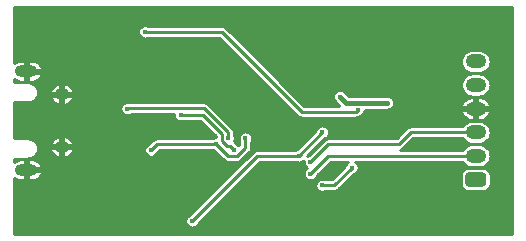
<source format=gbr>
G04 #@! TF.GenerationSoftware,KiCad,Pcbnew,(5.1.7-0-10_14)*
G04 #@! TF.CreationDate,2021-07-20T14:06:07+09:00*
G04 #@! TF.ProjectId,esp_flasher,6573705f-666c-4617-9368-65722e6b6963,rev?*
G04 #@! TF.SameCoordinates,Original*
G04 #@! TF.FileFunction,Copper,L2,Bot*
G04 #@! TF.FilePolarity,Positive*
%FSLAX46Y46*%
G04 Gerber Fmt 4.6, Leading zero omitted, Abs format (unit mm)*
G04 Created by KiCad (PCBNEW (5.1.7-0-10_14)) date 2021-07-20 14:06:07*
%MOMM*%
%LPD*%
G01*
G04 APERTURE LIST*
G04 #@! TA.AperFunction,ComponentPad*
%ADD10O,1.250000X1.050000*%
G04 #@! TD*
G04 #@! TA.AperFunction,ComponentPad*
%ADD11O,1.900000X1.000000*%
G04 #@! TD*
G04 #@! TA.AperFunction,ComponentPad*
%ADD12O,1.750000X1.200000*%
G04 #@! TD*
G04 #@! TA.AperFunction,ViaPad*
%ADD13C,0.400000*%
G04 #@! TD*
G04 #@! TA.AperFunction,Conductor*
%ADD14C,0.250000*%
G04 #@! TD*
G04 #@! TA.AperFunction,Conductor*
%ADD15C,0.400000*%
G04 #@! TD*
G04 #@! TA.AperFunction,Conductor*
%ADD16C,0.254000*%
G04 #@! TD*
G04 #@! TA.AperFunction,Conductor*
%ADD17C,0.100000*%
G04 #@! TD*
G04 APERTURE END LIST*
D10*
X4450000Y-7775000D03*
X4450000Y-12225000D03*
D11*
X1450000Y-5825000D03*
X1450000Y-14175000D03*
D12*
X39500000Y-5000000D03*
X39500000Y-7000000D03*
X39500000Y-9000000D03*
X39500000Y-11000000D03*
X39500000Y-13000000D03*
G04 #@! TA.AperFunction,ComponentPad*
G36*
G01*
X40125001Y-15600000D02*
X38874999Y-15600000D01*
G75*
G02*
X38625000Y-15350001I0J249999D01*
G01*
X38625000Y-14649999D01*
G75*
G02*
X38874999Y-14400000I249999J0D01*
G01*
X40125001Y-14400000D01*
G75*
G02*
X40375000Y-14649999I0J-249999D01*
G01*
X40375000Y-15350001D01*
G75*
G02*
X40125001Y-15600000I-249999J0D01*
G01*
G37*
G04 #@! TD.AperFunction*
D13*
X32912500Y-4587500D03*
X24500000Y-7500000D03*
X10000000Y-7500000D03*
X26500000Y-8000000D03*
X23500000Y-14500000D03*
X31000000Y-16500000D03*
X28500000Y-11000000D03*
X28000000Y-8000000D03*
X32000000Y-8500000D03*
X18500000Y-11500000D03*
X10000000Y-9000000D03*
X14500000Y-9500000D03*
X19025000Y-12500000D03*
X15500000Y-18500000D03*
X24500000Y-13000000D03*
X26500000Y-11000000D03*
X11500000Y-2500000D03*
X29500000Y-9100000D03*
X25500000Y-13500000D03*
X25500000Y-14500000D03*
X29000000Y-14000000D03*
X26500000Y-15500000D03*
X20000000Y-11500000D03*
X17500000Y-12000000D03*
X12000000Y-12500000D03*
D14*
X39500000Y-9000000D02*
X36500000Y-9000000D01*
X32912500Y-5412500D02*
X32912500Y-4587500D01*
X36500000Y-9000000D02*
X32912500Y-5412500D01*
X32912500Y-4587500D02*
X27412500Y-4587500D01*
X27412500Y-4587500D02*
X24500000Y-7500000D01*
D15*
X28500000Y-8500000D02*
X32000000Y-8500000D01*
X28000000Y-8000000D02*
X28500000Y-8500000D01*
D14*
X18500000Y-11500000D02*
X18500000Y-11000000D01*
X10025001Y-8974999D02*
X10000000Y-9000000D01*
X16474999Y-8974999D02*
X10025001Y-8974999D01*
X18500000Y-11000000D02*
X16474999Y-8974999D01*
X18422997Y-12199999D02*
X17974999Y-11752001D01*
X17974999Y-11752001D02*
X17974999Y-11111409D01*
X16363590Y-9500000D02*
X14500000Y-9500000D01*
X17974999Y-11111409D02*
X16363590Y-9500000D01*
X18724999Y-12199999D02*
X19025000Y-12500000D01*
X18422997Y-12199999D02*
X18724999Y-12199999D01*
X24500000Y-13000000D02*
X26500000Y-11000000D01*
X21000000Y-13000000D02*
X15500000Y-18500000D01*
X24500000Y-13000000D02*
X21000000Y-13000000D01*
X18000000Y-2500000D02*
X11500000Y-2500000D01*
X24750000Y-9250000D02*
X18000000Y-2500000D01*
X29350000Y-9250000D02*
X29500000Y-9100000D01*
X28750000Y-9250000D02*
X29350000Y-9250000D01*
X28750000Y-9250000D02*
X24750000Y-9250000D01*
X34000000Y-11000000D02*
X39500000Y-11000000D01*
X33000000Y-12000000D02*
X34000000Y-11000000D01*
X27000000Y-12000000D02*
X33000000Y-12000000D01*
X25500000Y-13500000D02*
X27000000Y-12000000D01*
X27000000Y-13000000D02*
X39500000Y-13000000D01*
X25500000Y-14500000D02*
X27000000Y-13000000D01*
X27500000Y-15500000D02*
X26500000Y-15500000D01*
X29000000Y-14000000D02*
X27500000Y-15500000D01*
X19277001Y-13025001D02*
X18525001Y-13025001D01*
X20000000Y-12302002D02*
X19277001Y-13025001D01*
X20000000Y-11500000D02*
X20000000Y-12302002D01*
X18525001Y-13025001D02*
X17500000Y-12000000D01*
X17500000Y-12000000D02*
X13500000Y-12000000D01*
X12500000Y-12000000D02*
X12000000Y-12500000D01*
X13500000Y-12000000D02*
X12500000Y-12000000D01*
D16*
X42594001Y-19594000D02*
X406000Y-19594000D01*
X406000Y-18442777D01*
X14919000Y-18442777D01*
X14919000Y-18557223D01*
X14941328Y-18669471D01*
X14985125Y-18775207D01*
X15048708Y-18870366D01*
X15129634Y-18951292D01*
X15224793Y-19014875D01*
X15330529Y-19058672D01*
X15442777Y-19081000D01*
X15557223Y-19081000D01*
X15669471Y-19058672D01*
X15775207Y-19014875D01*
X15870366Y-18951292D01*
X15951292Y-18870366D01*
X16014875Y-18775207D01*
X16058672Y-18669471D01*
X16061789Y-18653802D01*
X21209592Y-13506000D01*
X24211511Y-13506000D01*
X24224793Y-13514875D01*
X24330529Y-13558672D01*
X24442777Y-13581000D01*
X24557223Y-13581000D01*
X24669471Y-13558672D01*
X24775207Y-13514875D01*
X24870366Y-13451292D01*
X24928962Y-13392696D01*
X24919000Y-13442777D01*
X24919000Y-13557223D01*
X24941328Y-13669471D01*
X24985125Y-13775207D01*
X25048708Y-13870366D01*
X25129634Y-13951292D01*
X25202531Y-14000000D01*
X25129634Y-14048708D01*
X25048708Y-14129634D01*
X24985125Y-14224793D01*
X24941328Y-14330529D01*
X24919000Y-14442777D01*
X24919000Y-14557223D01*
X24941328Y-14669471D01*
X24985125Y-14775207D01*
X25048708Y-14870366D01*
X25129634Y-14951292D01*
X25224793Y-15014875D01*
X25330529Y-15058672D01*
X25442777Y-15081000D01*
X25557223Y-15081000D01*
X25669471Y-15058672D01*
X25775207Y-15014875D01*
X25870366Y-14951292D01*
X25951292Y-14870366D01*
X26014875Y-14775207D01*
X26058672Y-14669471D01*
X26061789Y-14653802D01*
X27209592Y-13506000D01*
X28693551Y-13506000D01*
X28629634Y-13548708D01*
X28548708Y-13629634D01*
X28485125Y-13724793D01*
X28441328Y-13830529D01*
X28438211Y-13846197D01*
X27290409Y-14994000D01*
X26788489Y-14994000D01*
X26775207Y-14985125D01*
X26669471Y-14941328D01*
X26557223Y-14919000D01*
X26442777Y-14919000D01*
X26330529Y-14941328D01*
X26224793Y-14985125D01*
X26129634Y-15048708D01*
X26048708Y-15129634D01*
X25985125Y-15224793D01*
X25941328Y-15330529D01*
X25919000Y-15442777D01*
X25919000Y-15557223D01*
X25941328Y-15669471D01*
X25985125Y-15775207D01*
X26048708Y-15870366D01*
X26129634Y-15951292D01*
X26224793Y-16014875D01*
X26330529Y-16058672D01*
X26442777Y-16081000D01*
X26557223Y-16081000D01*
X26669471Y-16058672D01*
X26775207Y-16014875D01*
X26788489Y-16006000D01*
X27475154Y-16006000D01*
X27500000Y-16008447D01*
X27524846Y-16006000D01*
X27524854Y-16006000D01*
X27599193Y-15998678D01*
X27694575Y-15969745D01*
X27782479Y-15922759D01*
X27859527Y-15859527D01*
X27875376Y-15840215D01*
X29065592Y-14649999D01*
X38242157Y-14649999D01*
X38242157Y-15350001D01*
X38254317Y-15473462D01*
X38290329Y-15592179D01*
X38348810Y-15701589D01*
X38427512Y-15797488D01*
X38523411Y-15876190D01*
X38632821Y-15934671D01*
X38751538Y-15970683D01*
X38874999Y-15982843D01*
X40125001Y-15982843D01*
X40248462Y-15970683D01*
X40367179Y-15934671D01*
X40476589Y-15876190D01*
X40572488Y-15797488D01*
X40651190Y-15701589D01*
X40709671Y-15592179D01*
X40745683Y-15473462D01*
X40757843Y-15350001D01*
X40757843Y-14649999D01*
X40745683Y-14526538D01*
X40709671Y-14407821D01*
X40651190Y-14298411D01*
X40572488Y-14202512D01*
X40476589Y-14123810D01*
X40367179Y-14065329D01*
X40248462Y-14029317D01*
X40125001Y-14017157D01*
X38874999Y-14017157D01*
X38751538Y-14029317D01*
X38632821Y-14065329D01*
X38523411Y-14123810D01*
X38427512Y-14202512D01*
X38348810Y-14298411D01*
X38290329Y-14407821D01*
X38254317Y-14526538D01*
X38242157Y-14649999D01*
X29065592Y-14649999D01*
X29153803Y-14561789D01*
X29169471Y-14558672D01*
X29275207Y-14514875D01*
X29370366Y-14451292D01*
X29451292Y-14370366D01*
X29514875Y-14275207D01*
X29558672Y-14169471D01*
X29581000Y-14057223D01*
X29581000Y-13942777D01*
X29558672Y-13830529D01*
X29514875Y-13724793D01*
X29451292Y-13629634D01*
X29370366Y-13548708D01*
X29306449Y-13506000D01*
X38383119Y-13506000D01*
X38405382Y-13547651D01*
X38527972Y-13697028D01*
X38677349Y-13819618D01*
X38847771Y-13910711D01*
X39032690Y-13966805D01*
X39176813Y-13981000D01*
X39823187Y-13981000D01*
X39967310Y-13966805D01*
X40152229Y-13910711D01*
X40322651Y-13819618D01*
X40472028Y-13697028D01*
X40594618Y-13547651D01*
X40685711Y-13377229D01*
X40741805Y-13192310D01*
X40760746Y-13000000D01*
X40741805Y-12807690D01*
X40685711Y-12622771D01*
X40594618Y-12452349D01*
X40472028Y-12302972D01*
X40322651Y-12180382D01*
X40152229Y-12089289D01*
X39967310Y-12033195D01*
X39823187Y-12019000D01*
X39176813Y-12019000D01*
X39032690Y-12033195D01*
X38847771Y-12089289D01*
X38677349Y-12180382D01*
X38527972Y-12302972D01*
X38405382Y-12452349D01*
X38383119Y-12494000D01*
X33114615Y-12494000D01*
X33194575Y-12469745D01*
X33282479Y-12422759D01*
X33359527Y-12359527D01*
X33375376Y-12340215D01*
X34209592Y-11506000D01*
X38383119Y-11506000D01*
X38405382Y-11547651D01*
X38527972Y-11697028D01*
X38677349Y-11819618D01*
X38847771Y-11910711D01*
X39032690Y-11966805D01*
X39176813Y-11981000D01*
X39823187Y-11981000D01*
X39967310Y-11966805D01*
X40152229Y-11910711D01*
X40322651Y-11819618D01*
X40472028Y-11697028D01*
X40594618Y-11547651D01*
X40685711Y-11377229D01*
X40741805Y-11192310D01*
X40760746Y-11000000D01*
X40741805Y-10807690D01*
X40685711Y-10622771D01*
X40594618Y-10452349D01*
X40472028Y-10302972D01*
X40322651Y-10180382D01*
X40152229Y-10089289D01*
X39967310Y-10033195D01*
X39823187Y-10019000D01*
X39176813Y-10019000D01*
X39032690Y-10033195D01*
X38847771Y-10089289D01*
X38677349Y-10180382D01*
X38527972Y-10302972D01*
X38405382Y-10452349D01*
X38383119Y-10494000D01*
X34024854Y-10494000D01*
X34000000Y-10491552D01*
X33975146Y-10494000D01*
X33900807Y-10501322D01*
X33805425Y-10530255D01*
X33717521Y-10577241D01*
X33640473Y-10640473D01*
X33624630Y-10659778D01*
X32790409Y-11494000D01*
X27024845Y-11494000D01*
X26999999Y-11491553D01*
X26975153Y-11494000D01*
X26975146Y-11494000D01*
X26910694Y-11500348D01*
X26900806Y-11501322D01*
X26885385Y-11506000D01*
X26805425Y-11530255D01*
X26717521Y-11577241D01*
X26640473Y-11640473D01*
X26624629Y-11659779D01*
X25346198Y-12938211D01*
X25330529Y-12941328D01*
X25234478Y-12981113D01*
X26653803Y-11561789D01*
X26669471Y-11558672D01*
X26775207Y-11514875D01*
X26870366Y-11451292D01*
X26951292Y-11370366D01*
X27014875Y-11275207D01*
X27058672Y-11169471D01*
X27081000Y-11057223D01*
X27081000Y-10942777D01*
X27058672Y-10830529D01*
X27014875Y-10724793D01*
X26951292Y-10629634D01*
X26870366Y-10548708D01*
X26775207Y-10485125D01*
X26669471Y-10441328D01*
X26557223Y-10419000D01*
X26442777Y-10419000D01*
X26330529Y-10441328D01*
X26224793Y-10485125D01*
X26129634Y-10548708D01*
X26048708Y-10629634D01*
X25985125Y-10724793D01*
X25941328Y-10830529D01*
X25938211Y-10846197D01*
X24346198Y-12438211D01*
X24330529Y-12441328D01*
X24224793Y-12485125D01*
X24211511Y-12494000D01*
X21024854Y-12494000D01*
X21000000Y-12491552D01*
X20969674Y-12494539D01*
X20900807Y-12501322D01*
X20805425Y-12530255D01*
X20717521Y-12577241D01*
X20640473Y-12640473D01*
X20624629Y-12659779D01*
X15346198Y-17938211D01*
X15330529Y-17941328D01*
X15224793Y-17985125D01*
X15129634Y-18048708D01*
X15048708Y-18129634D01*
X14985125Y-18224793D01*
X14941328Y-18330529D01*
X14919000Y-18442777D01*
X406000Y-18442777D01*
X406000Y-14837741D01*
X545524Y-14940337D01*
X703566Y-15014295D01*
X873000Y-15056000D01*
X1323000Y-15056000D01*
X1323000Y-14302000D01*
X1577000Y-14302000D01*
X1577000Y-15056000D01*
X2027000Y-15056000D01*
X2196434Y-15014295D01*
X2354476Y-14940337D01*
X2495053Y-14836967D01*
X2612763Y-14708158D01*
X2703081Y-14558860D01*
X2741198Y-14436816D01*
X2675419Y-14302000D01*
X1577000Y-14302000D01*
X1323000Y-14302000D01*
X1303000Y-14302000D01*
X1303000Y-14048000D01*
X1323000Y-14048000D01*
X1323000Y-13294000D01*
X1577000Y-13294000D01*
X1577000Y-14048000D01*
X2675419Y-14048000D01*
X2741198Y-13913184D01*
X2703081Y-13791140D01*
X2612763Y-13641842D01*
X2495053Y-13513033D01*
X2354476Y-13409663D01*
X2196434Y-13335705D01*
X2027000Y-13294000D01*
X1577000Y-13294000D01*
X1323000Y-13294000D01*
X873000Y-13294000D01*
X703566Y-13335705D01*
X545524Y-13409663D01*
X431000Y-13493876D01*
X431000Y-13231000D01*
X1596168Y-13231000D01*
X1617468Y-13228902D01*
X1622993Y-13228902D01*
X1628978Y-13228273D01*
X1711406Y-13219027D01*
X1749606Y-13210907D01*
X1787933Y-13203318D01*
X1793682Y-13201539D01*
X1872746Y-13176458D01*
X1908668Y-13161062D01*
X1944769Y-13146182D01*
X1950057Y-13143323D01*
X1950060Y-13143322D01*
X1950063Y-13143320D01*
X2022749Y-13103360D01*
X2054994Y-13081281D01*
X2087514Y-13059675D01*
X2092151Y-13055839D01*
X2092154Y-13055837D01*
X2092157Y-13055834D01*
X2155691Y-13002523D01*
X2183007Y-12974629D01*
X2210743Y-12947086D01*
X2214536Y-12942434D01*
X2214545Y-12942425D01*
X2214551Y-12942416D01*
X2266521Y-12877779D01*
X2287928Y-12845067D01*
X2309753Y-12812708D01*
X2312579Y-12807395D01*
X2351007Y-12733888D01*
X2365643Y-12697663D01*
X2380778Y-12661658D01*
X2382514Y-12655907D01*
X2382518Y-12655897D01*
X2382520Y-12655887D01*
X2405936Y-12576326D01*
X2413252Y-12537977D01*
X2421111Y-12499691D01*
X2421698Y-12493702D01*
X2421699Y-12493699D01*
X2421699Y-12493692D01*
X2421965Y-12490767D01*
X3483856Y-12490767D01*
X3517638Y-12578993D01*
X3602692Y-12734577D01*
X3716465Y-12870578D01*
X3854584Y-12981770D01*
X4011742Y-13063880D01*
X4181899Y-13113752D01*
X4323000Y-13033857D01*
X4323000Y-12352000D01*
X4577000Y-12352000D01*
X4577000Y-13033857D01*
X4718101Y-13113752D01*
X4888258Y-13063880D01*
X5045416Y-12981770D01*
X5183535Y-12870578D01*
X5297308Y-12734577D01*
X5382362Y-12578993D01*
X5416144Y-12490767D01*
X5350741Y-12352000D01*
X4577000Y-12352000D01*
X4323000Y-12352000D01*
X3549259Y-12352000D01*
X3483856Y-12490767D01*
X2421965Y-12490767D01*
X2429216Y-12411098D01*
X2428944Y-12372065D01*
X2429216Y-12332966D01*
X2428628Y-12326976D01*
X2419957Y-12244486D01*
X2412107Y-12206246D01*
X2404784Y-12167856D01*
X2403045Y-12162095D01*
X2378518Y-12082859D01*
X2363389Y-12046867D01*
X2348746Y-12010626D01*
X2345921Y-12005312D01*
X2321006Y-11959233D01*
X3483856Y-11959233D01*
X3549259Y-12098000D01*
X4323000Y-12098000D01*
X4323000Y-11416143D01*
X4577000Y-11416143D01*
X4577000Y-12098000D01*
X5350741Y-12098000D01*
X5416144Y-11959233D01*
X5382362Y-11871007D01*
X5297308Y-11715423D01*
X5183535Y-11579422D01*
X5045416Y-11468230D01*
X4888258Y-11386120D01*
X4718101Y-11336248D01*
X4577000Y-11416143D01*
X4323000Y-11416143D01*
X4181899Y-11336248D01*
X4011742Y-11386120D01*
X3854584Y-11468230D01*
X3716465Y-11579422D01*
X3602692Y-11715423D01*
X3517638Y-11871007D01*
X3483856Y-11959233D01*
X2321006Y-11959233D01*
X2306469Y-11932349D01*
X2284648Y-11899998D01*
X2263238Y-11867280D01*
X2259435Y-11862616D01*
X2206563Y-11798705D01*
X2178861Y-11771195D01*
X2151509Y-11743265D01*
X2146872Y-11739429D01*
X2082594Y-11687005D01*
X2050053Y-11665385D01*
X2017826Y-11643319D01*
X2012535Y-11640458D01*
X2012527Y-11640454D01*
X1939296Y-11601517D01*
X1903204Y-11586641D01*
X1867278Y-11571243D01*
X1861529Y-11569464D01*
X1861531Y-11569464D01*
X1861523Y-11569462D01*
X1782124Y-11545490D01*
X1743838Y-11537909D01*
X1705593Y-11529780D01*
X1699610Y-11529151D01*
X1699608Y-11529151D01*
X1617058Y-11521057D01*
X1617052Y-11521057D01*
X1596168Y-11519000D01*
X431000Y-11519000D01*
X431000Y-8942777D01*
X9419000Y-8942777D01*
X9419000Y-9057223D01*
X9441328Y-9169471D01*
X9485125Y-9275207D01*
X9548708Y-9370366D01*
X9629634Y-9451292D01*
X9724793Y-9514875D01*
X9830529Y-9558672D01*
X9942777Y-9581000D01*
X10057223Y-9581000D01*
X10169471Y-9558672D01*
X10275207Y-9514875D01*
X10325906Y-9480999D01*
X13919000Y-9480999D01*
X13919000Y-9557223D01*
X13941328Y-9669471D01*
X13985125Y-9775207D01*
X14048708Y-9870366D01*
X14129634Y-9951292D01*
X14224793Y-10014875D01*
X14330529Y-10058672D01*
X14442777Y-10081000D01*
X14557223Y-10081000D01*
X14669471Y-10058672D01*
X14775207Y-10014875D01*
X14788489Y-10006000D01*
X16153999Y-10006000D01*
X17469000Y-11321002D01*
X17469000Y-11419000D01*
X17442777Y-11419000D01*
X17330529Y-11441328D01*
X17224793Y-11485125D01*
X17211511Y-11494000D01*
X12524854Y-11494000D01*
X12500000Y-11491552D01*
X12475146Y-11494000D01*
X12400807Y-11501322D01*
X12305425Y-11530255D01*
X12217521Y-11577241D01*
X12140473Y-11640473D01*
X12124629Y-11659779D01*
X11846197Y-11938211D01*
X11830529Y-11941328D01*
X11724793Y-11985125D01*
X11629634Y-12048708D01*
X11548708Y-12129634D01*
X11485125Y-12224793D01*
X11441328Y-12330529D01*
X11419000Y-12442777D01*
X11419000Y-12557223D01*
X11441328Y-12669471D01*
X11485125Y-12775207D01*
X11548708Y-12870366D01*
X11629634Y-12951292D01*
X11724793Y-13014875D01*
X11830529Y-13058672D01*
X11942777Y-13081000D01*
X12057223Y-13081000D01*
X12169471Y-13058672D01*
X12275207Y-13014875D01*
X12370366Y-12951292D01*
X12451292Y-12870366D01*
X12514875Y-12775207D01*
X12558672Y-12669471D01*
X12561789Y-12653803D01*
X12709592Y-12506000D01*
X17211511Y-12506000D01*
X17224793Y-12514875D01*
X17330529Y-12558672D01*
X17346198Y-12561789D01*
X18149629Y-13365221D01*
X18165474Y-13384528D01*
X18242522Y-13447760D01*
X18330426Y-13494746D01*
X18403608Y-13516945D01*
X18425807Y-13523679D01*
X18435695Y-13524653D01*
X18500147Y-13531001D01*
X18500154Y-13531001D01*
X18525000Y-13533448D01*
X18549846Y-13531001D01*
X19252155Y-13531001D01*
X19277001Y-13533448D01*
X19301847Y-13531001D01*
X19301855Y-13531001D01*
X19376194Y-13523679D01*
X19471576Y-13494746D01*
X19559480Y-13447760D01*
X19636528Y-13384528D01*
X19652377Y-13365216D01*
X20340220Y-12677374D01*
X20359527Y-12661529D01*
X20422759Y-12584481D01*
X20469745Y-12496577D01*
X20498678Y-12401195D01*
X20506000Y-12326856D01*
X20506000Y-12326848D01*
X20508447Y-12302002D01*
X20506000Y-12277156D01*
X20506000Y-11788489D01*
X20514875Y-11775207D01*
X20558672Y-11669471D01*
X20581000Y-11557223D01*
X20581000Y-11442777D01*
X20558672Y-11330529D01*
X20514875Y-11224793D01*
X20451292Y-11129634D01*
X20370366Y-11048708D01*
X20275207Y-10985125D01*
X20169471Y-10941328D01*
X20057223Y-10919000D01*
X19942777Y-10919000D01*
X19830529Y-10941328D01*
X19724793Y-10985125D01*
X19629634Y-11048708D01*
X19548708Y-11129634D01*
X19485125Y-11224793D01*
X19441328Y-11330529D01*
X19419000Y-11442777D01*
X19419000Y-11557223D01*
X19441328Y-11669471D01*
X19485125Y-11775207D01*
X19494000Y-11788490D01*
X19494001Y-12092409D01*
X19466534Y-12119876D01*
X19395366Y-12048708D01*
X19300207Y-11985125D01*
X19194471Y-11941328D01*
X19178802Y-11938211D01*
X19100375Y-11859784D01*
X19084526Y-11840472D01*
X19011378Y-11780441D01*
X19014875Y-11775207D01*
X19058672Y-11669471D01*
X19081000Y-11557223D01*
X19081000Y-11442777D01*
X19058672Y-11330529D01*
X19014875Y-11224793D01*
X19006000Y-11211511D01*
X19006000Y-11024854D01*
X19008448Y-11000000D01*
X18998678Y-10900807D01*
X18969745Y-10805425D01*
X18941125Y-10751882D01*
X18922759Y-10717521D01*
X18859527Y-10640473D01*
X18840220Y-10624628D01*
X16850375Y-8634784D01*
X16834526Y-8615472D01*
X16757478Y-8552240D01*
X16669574Y-8505254D01*
X16574192Y-8476321D01*
X16499853Y-8468999D01*
X16499845Y-8468999D01*
X16474999Y-8466552D01*
X16450153Y-8468999D01*
X10236275Y-8468999D01*
X10169471Y-8441328D01*
X10057223Y-8419000D01*
X9942777Y-8419000D01*
X9830529Y-8441328D01*
X9724793Y-8485125D01*
X9629634Y-8548708D01*
X9548708Y-8629634D01*
X9485125Y-8724793D01*
X9441328Y-8830529D01*
X9419000Y-8942777D01*
X431000Y-8942777D01*
X431000Y-8481000D01*
X1596168Y-8481000D01*
X1617468Y-8478902D01*
X1622993Y-8478902D01*
X1628978Y-8478273D01*
X1711406Y-8469027D01*
X1749606Y-8460907D01*
X1787933Y-8453318D01*
X1793682Y-8451539D01*
X1872746Y-8426458D01*
X1908668Y-8411062D01*
X1944769Y-8396182D01*
X1950057Y-8393323D01*
X1950060Y-8393322D01*
X1950063Y-8393320D01*
X2022749Y-8353360D01*
X2054994Y-8331281D01*
X2087514Y-8309675D01*
X2092151Y-8305839D01*
X2092154Y-8305837D01*
X2092157Y-8305834D01*
X2155691Y-8252523D01*
X2183007Y-8224629D01*
X2210743Y-8197086D01*
X2214536Y-8192434D01*
X2214545Y-8192425D01*
X2214551Y-8192416D01*
X2266521Y-8127779D01*
X2287928Y-8095067D01*
X2309753Y-8062708D01*
X2312579Y-8057395D01*
X2321271Y-8040767D01*
X3483856Y-8040767D01*
X3517638Y-8128993D01*
X3602692Y-8284577D01*
X3716465Y-8420578D01*
X3854584Y-8531770D01*
X4011742Y-8613880D01*
X4181899Y-8663752D01*
X4323000Y-8583857D01*
X4323000Y-7902000D01*
X4577000Y-7902000D01*
X4577000Y-8583857D01*
X4718101Y-8663752D01*
X4888258Y-8613880D01*
X5045416Y-8531770D01*
X5183535Y-8420578D01*
X5297308Y-8284577D01*
X5382362Y-8128993D01*
X5416144Y-8040767D01*
X5350741Y-7902000D01*
X4577000Y-7902000D01*
X4323000Y-7902000D01*
X3549259Y-7902000D01*
X3483856Y-8040767D01*
X2321271Y-8040767D01*
X2351007Y-7983888D01*
X2365643Y-7947663D01*
X2380778Y-7911658D01*
X2382514Y-7905907D01*
X2382518Y-7905897D01*
X2382520Y-7905887D01*
X2405936Y-7826326D01*
X2413252Y-7787977D01*
X2421111Y-7749691D01*
X2421698Y-7743702D01*
X2421699Y-7743699D01*
X2421699Y-7743692D01*
X2429216Y-7661098D01*
X2428944Y-7622065D01*
X2429216Y-7582966D01*
X2428628Y-7576976D01*
X2421508Y-7509233D01*
X3483856Y-7509233D01*
X3549259Y-7648000D01*
X4323000Y-7648000D01*
X4323000Y-6966143D01*
X4577000Y-6966143D01*
X4577000Y-7648000D01*
X5350741Y-7648000D01*
X5416144Y-7509233D01*
X5382362Y-7421007D01*
X5297308Y-7265423D01*
X5183535Y-7129422D01*
X5045416Y-7018230D01*
X4888258Y-6936120D01*
X4718101Y-6886248D01*
X4577000Y-6966143D01*
X4323000Y-6966143D01*
X4181899Y-6886248D01*
X4011742Y-6936120D01*
X3854584Y-7018230D01*
X3716465Y-7129422D01*
X3602692Y-7265423D01*
X3517638Y-7421007D01*
X3483856Y-7509233D01*
X2421508Y-7509233D01*
X2419957Y-7494486D01*
X2412107Y-7456246D01*
X2404784Y-7417856D01*
X2403045Y-7412095D01*
X2378518Y-7332859D01*
X2363389Y-7296867D01*
X2348746Y-7260626D01*
X2345921Y-7255312D01*
X2306469Y-7182349D01*
X2284648Y-7149998D01*
X2263238Y-7117280D01*
X2259435Y-7112616D01*
X2206563Y-7048705D01*
X2178861Y-7021195D01*
X2151509Y-6993265D01*
X2146872Y-6989429D01*
X2082594Y-6937005D01*
X2050053Y-6915385D01*
X2017826Y-6893319D01*
X2012535Y-6890458D01*
X2012527Y-6890454D01*
X1939296Y-6851517D01*
X1903204Y-6836641D01*
X1867278Y-6821243D01*
X1861529Y-6819464D01*
X1861531Y-6819464D01*
X1861523Y-6819462D01*
X1782124Y-6795490D01*
X1743838Y-6787909D01*
X1705593Y-6779780D01*
X1699610Y-6779151D01*
X1699608Y-6779151D01*
X1617058Y-6771057D01*
X1617052Y-6771057D01*
X1596168Y-6769000D01*
X431000Y-6769000D01*
X431000Y-6506124D01*
X545524Y-6590337D01*
X703566Y-6664295D01*
X873000Y-6706000D01*
X1323000Y-6706000D01*
X1323000Y-5952000D01*
X1577000Y-5952000D01*
X1577000Y-6706000D01*
X2027000Y-6706000D01*
X2196434Y-6664295D01*
X2354476Y-6590337D01*
X2495053Y-6486967D01*
X2612763Y-6358158D01*
X2703081Y-6208860D01*
X2741198Y-6086816D01*
X2675419Y-5952000D01*
X1577000Y-5952000D01*
X1323000Y-5952000D01*
X1303000Y-5952000D01*
X1303000Y-5698000D01*
X1323000Y-5698000D01*
X1323000Y-4944000D01*
X1577000Y-4944000D01*
X1577000Y-5698000D01*
X2675419Y-5698000D01*
X2741198Y-5563184D01*
X2703081Y-5441140D01*
X2612763Y-5291842D01*
X2495053Y-5163033D01*
X2354476Y-5059663D01*
X2196434Y-4985705D01*
X2027000Y-4944000D01*
X1577000Y-4944000D01*
X1323000Y-4944000D01*
X873000Y-4944000D01*
X703566Y-4985705D01*
X545524Y-5059663D01*
X406000Y-5162259D01*
X406000Y-2442777D01*
X10919000Y-2442777D01*
X10919000Y-2557223D01*
X10941328Y-2669471D01*
X10985125Y-2775207D01*
X11048708Y-2870366D01*
X11129634Y-2951292D01*
X11224793Y-3014875D01*
X11330529Y-3058672D01*
X11442777Y-3081000D01*
X11557223Y-3081000D01*
X11669471Y-3058672D01*
X11775207Y-3014875D01*
X11788489Y-3006000D01*
X17790409Y-3006000D01*
X24374628Y-9590220D01*
X24390473Y-9609527D01*
X24467521Y-9672759D01*
X24555425Y-9719745D01*
X24650807Y-9748678D01*
X24750000Y-9758448D01*
X24774854Y-9756000D01*
X29325154Y-9756000D01*
X29350000Y-9758447D01*
X29374846Y-9756000D01*
X29374854Y-9756000D01*
X29449193Y-9748678D01*
X29544575Y-9719745D01*
X29632479Y-9672759D01*
X29643301Y-9663878D01*
X29669471Y-9658672D01*
X29775207Y-9614875D01*
X29870366Y-9551292D01*
X29951292Y-9470366D01*
X30014875Y-9375207D01*
X30055301Y-9277607D01*
X38284098Y-9277607D01*
X38338771Y-9439418D01*
X38441526Y-9603869D01*
X38574389Y-9745114D01*
X38732255Y-9857725D01*
X38909057Y-9937374D01*
X39098000Y-9981000D01*
X39373000Y-9981000D01*
X39373000Y-9127000D01*
X39627000Y-9127000D01*
X39627000Y-9981000D01*
X39902000Y-9981000D01*
X40090943Y-9937374D01*
X40267745Y-9857725D01*
X40425611Y-9745114D01*
X40558474Y-9603869D01*
X40661229Y-9439418D01*
X40715902Y-9277607D01*
X40651598Y-9127000D01*
X39627000Y-9127000D01*
X39373000Y-9127000D01*
X38348402Y-9127000D01*
X38284098Y-9277607D01*
X30055301Y-9277607D01*
X30058672Y-9269471D01*
X30081000Y-9157223D01*
X30081000Y-9081000D01*
X32057223Y-9081000D01*
X32085355Y-9075404D01*
X32113896Y-9072593D01*
X32141343Y-9064267D01*
X32169471Y-9058672D01*
X32195966Y-9047698D01*
X32223415Y-9039371D01*
X32248711Y-9025850D01*
X32275207Y-9014875D01*
X32299054Y-8998941D01*
X32324348Y-8985421D01*
X32346518Y-8967227D01*
X32370366Y-8951292D01*
X32390645Y-8931013D01*
X32412817Y-8912817D01*
X32431013Y-8890645D01*
X32451292Y-8870366D01*
X32467227Y-8846518D01*
X32485421Y-8824348D01*
X32498941Y-8799054D01*
X32514875Y-8775207D01*
X32525850Y-8748711D01*
X32539371Y-8723415D01*
X32539681Y-8722393D01*
X38284098Y-8722393D01*
X38348402Y-8873000D01*
X39373000Y-8873000D01*
X39373000Y-8019000D01*
X39627000Y-8019000D01*
X39627000Y-8873000D01*
X40651598Y-8873000D01*
X40715902Y-8722393D01*
X40661229Y-8560582D01*
X40558474Y-8396131D01*
X40425611Y-8254886D01*
X40267745Y-8142275D01*
X40090943Y-8062626D01*
X39902000Y-8019000D01*
X39627000Y-8019000D01*
X39373000Y-8019000D01*
X39098000Y-8019000D01*
X38909057Y-8062626D01*
X38732255Y-8142275D01*
X38574389Y-8254886D01*
X38441526Y-8396131D01*
X38338771Y-8560582D01*
X38284098Y-8722393D01*
X32539681Y-8722393D01*
X32547698Y-8695966D01*
X32558672Y-8669471D01*
X32564267Y-8641343D01*
X32572593Y-8613896D01*
X32575404Y-8585355D01*
X32581000Y-8557223D01*
X32581000Y-8528540D01*
X32583811Y-8500000D01*
X32581000Y-8471460D01*
X32581000Y-8442777D01*
X32575404Y-8414645D01*
X32572593Y-8386104D01*
X32564267Y-8358657D01*
X32558672Y-8330529D01*
X32547698Y-8304034D01*
X32539371Y-8276585D01*
X32525850Y-8251289D01*
X32514875Y-8224793D01*
X32498941Y-8200946D01*
X32485421Y-8175652D01*
X32467227Y-8153482D01*
X32451292Y-8129634D01*
X32431013Y-8109355D01*
X32412817Y-8087183D01*
X32390645Y-8068987D01*
X32370366Y-8048708D01*
X32346518Y-8032773D01*
X32324348Y-8014579D01*
X32299054Y-8001059D01*
X32275207Y-7985125D01*
X32248711Y-7974150D01*
X32223415Y-7960629D01*
X32195966Y-7952302D01*
X32169471Y-7941328D01*
X32141343Y-7935733D01*
X32113896Y-7927407D01*
X32085355Y-7924596D01*
X32057223Y-7919000D01*
X28740658Y-7919000D01*
X28370366Y-7548708D01*
X28346511Y-7532769D01*
X28324347Y-7514579D01*
X28299058Y-7501062D01*
X28275207Y-7485125D01*
X28248707Y-7474148D01*
X28223414Y-7460629D01*
X28195969Y-7452304D01*
X28169471Y-7441328D01*
X28141340Y-7435732D01*
X28113895Y-7427407D01*
X28085356Y-7424596D01*
X28057223Y-7419000D01*
X28028540Y-7419000D01*
X28000000Y-7416189D01*
X27971460Y-7419000D01*
X27942777Y-7419000D01*
X27914644Y-7424596D01*
X27886105Y-7427407D01*
X27858660Y-7435732D01*
X27830529Y-7441328D01*
X27804031Y-7452304D01*
X27776586Y-7460629D01*
X27751293Y-7474148D01*
X27724793Y-7485125D01*
X27700942Y-7501062D01*
X27675653Y-7514579D01*
X27653489Y-7532769D01*
X27629634Y-7548708D01*
X27609346Y-7568996D01*
X27587184Y-7587184D01*
X27568996Y-7609346D01*
X27548708Y-7629634D01*
X27532769Y-7653489D01*
X27514579Y-7675653D01*
X27501062Y-7700942D01*
X27485125Y-7724793D01*
X27474148Y-7751293D01*
X27460629Y-7776586D01*
X27452304Y-7804031D01*
X27441328Y-7830529D01*
X27435732Y-7858660D01*
X27427407Y-7886105D01*
X27424596Y-7914644D01*
X27419000Y-7942777D01*
X27419000Y-7971460D01*
X27416189Y-8000000D01*
X27419000Y-8028540D01*
X27419000Y-8057223D01*
X27424596Y-8085356D01*
X27427407Y-8113895D01*
X27435732Y-8141340D01*
X27441328Y-8169471D01*
X27452304Y-8195969D01*
X27460629Y-8223414D01*
X27474148Y-8248707D01*
X27485125Y-8275207D01*
X27501062Y-8299058D01*
X27514579Y-8324347D01*
X27532769Y-8346511D01*
X27548708Y-8370366D01*
X27922342Y-8744000D01*
X24959592Y-8744000D01*
X23215592Y-7000000D01*
X38239254Y-7000000D01*
X38258195Y-7192310D01*
X38314289Y-7377229D01*
X38405382Y-7547651D01*
X38527972Y-7697028D01*
X38677349Y-7819618D01*
X38847771Y-7910711D01*
X39032690Y-7966805D01*
X39176813Y-7981000D01*
X39823187Y-7981000D01*
X39967310Y-7966805D01*
X40152229Y-7910711D01*
X40322651Y-7819618D01*
X40472028Y-7697028D01*
X40594618Y-7547651D01*
X40685711Y-7377229D01*
X40741805Y-7192310D01*
X40760746Y-7000000D01*
X40741805Y-6807690D01*
X40685711Y-6622771D01*
X40594618Y-6452349D01*
X40472028Y-6302972D01*
X40322651Y-6180382D01*
X40152229Y-6089289D01*
X39967310Y-6033195D01*
X39823187Y-6019000D01*
X39176813Y-6019000D01*
X39032690Y-6033195D01*
X38847771Y-6089289D01*
X38677349Y-6180382D01*
X38527972Y-6302972D01*
X38405382Y-6452349D01*
X38314289Y-6622771D01*
X38258195Y-6807690D01*
X38239254Y-7000000D01*
X23215592Y-7000000D01*
X21215592Y-5000000D01*
X38239254Y-5000000D01*
X38258195Y-5192310D01*
X38314289Y-5377229D01*
X38405382Y-5547651D01*
X38527972Y-5697028D01*
X38677349Y-5819618D01*
X38847771Y-5910711D01*
X39032690Y-5966805D01*
X39176813Y-5981000D01*
X39823187Y-5981000D01*
X39967310Y-5966805D01*
X40152229Y-5910711D01*
X40322651Y-5819618D01*
X40472028Y-5697028D01*
X40594618Y-5547651D01*
X40685711Y-5377229D01*
X40741805Y-5192310D01*
X40760746Y-5000000D01*
X40741805Y-4807690D01*
X40685711Y-4622771D01*
X40594618Y-4452349D01*
X40472028Y-4302972D01*
X40322651Y-4180382D01*
X40152229Y-4089289D01*
X39967310Y-4033195D01*
X39823187Y-4019000D01*
X39176813Y-4019000D01*
X39032690Y-4033195D01*
X38847771Y-4089289D01*
X38677349Y-4180382D01*
X38527972Y-4302972D01*
X38405382Y-4452349D01*
X38314289Y-4622771D01*
X38258195Y-4807690D01*
X38239254Y-5000000D01*
X21215592Y-5000000D01*
X18375376Y-2159785D01*
X18359527Y-2140473D01*
X18282479Y-2077241D01*
X18194575Y-2030255D01*
X18099193Y-2001322D01*
X18024854Y-1994000D01*
X18024846Y-1994000D01*
X18000000Y-1991553D01*
X17975154Y-1994000D01*
X11788489Y-1994000D01*
X11775207Y-1985125D01*
X11669471Y-1941328D01*
X11557223Y-1919000D01*
X11442777Y-1919000D01*
X11330529Y-1941328D01*
X11224793Y-1985125D01*
X11129634Y-2048708D01*
X11048708Y-2129634D01*
X10985125Y-2224793D01*
X10941328Y-2330529D01*
X10919000Y-2442777D01*
X406000Y-2442777D01*
X406000Y-406000D01*
X42594000Y-406000D01*
X42594001Y-19594000D01*
G04 #@! TA.AperFunction,Conductor*
D17*
G36*
X42594001Y-19594000D02*
G01*
X406000Y-19594000D01*
X406000Y-18442777D01*
X14919000Y-18442777D01*
X14919000Y-18557223D01*
X14941328Y-18669471D01*
X14985125Y-18775207D01*
X15048708Y-18870366D01*
X15129634Y-18951292D01*
X15224793Y-19014875D01*
X15330529Y-19058672D01*
X15442777Y-19081000D01*
X15557223Y-19081000D01*
X15669471Y-19058672D01*
X15775207Y-19014875D01*
X15870366Y-18951292D01*
X15951292Y-18870366D01*
X16014875Y-18775207D01*
X16058672Y-18669471D01*
X16061789Y-18653802D01*
X21209592Y-13506000D01*
X24211511Y-13506000D01*
X24224793Y-13514875D01*
X24330529Y-13558672D01*
X24442777Y-13581000D01*
X24557223Y-13581000D01*
X24669471Y-13558672D01*
X24775207Y-13514875D01*
X24870366Y-13451292D01*
X24928962Y-13392696D01*
X24919000Y-13442777D01*
X24919000Y-13557223D01*
X24941328Y-13669471D01*
X24985125Y-13775207D01*
X25048708Y-13870366D01*
X25129634Y-13951292D01*
X25202531Y-14000000D01*
X25129634Y-14048708D01*
X25048708Y-14129634D01*
X24985125Y-14224793D01*
X24941328Y-14330529D01*
X24919000Y-14442777D01*
X24919000Y-14557223D01*
X24941328Y-14669471D01*
X24985125Y-14775207D01*
X25048708Y-14870366D01*
X25129634Y-14951292D01*
X25224793Y-15014875D01*
X25330529Y-15058672D01*
X25442777Y-15081000D01*
X25557223Y-15081000D01*
X25669471Y-15058672D01*
X25775207Y-15014875D01*
X25870366Y-14951292D01*
X25951292Y-14870366D01*
X26014875Y-14775207D01*
X26058672Y-14669471D01*
X26061789Y-14653802D01*
X27209592Y-13506000D01*
X28693551Y-13506000D01*
X28629634Y-13548708D01*
X28548708Y-13629634D01*
X28485125Y-13724793D01*
X28441328Y-13830529D01*
X28438211Y-13846197D01*
X27290409Y-14994000D01*
X26788489Y-14994000D01*
X26775207Y-14985125D01*
X26669471Y-14941328D01*
X26557223Y-14919000D01*
X26442777Y-14919000D01*
X26330529Y-14941328D01*
X26224793Y-14985125D01*
X26129634Y-15048708D01*
X26048708Y-15129634D01*
X25985125Y-15224793D01*
X25941328Y-15330529D01*
X25919000Y-15442777D01*
X25919000Y-15557223D01*
X25941328Y-15669471D01*
X25985125Y-15775207D01*
X26048708Y-15870366D01*
X26129634Y-15951292D01*
X26224793Y-16014875D01*
X26330529Y-16058672D01*
X26442777Y-16081000D01*
X26557223Y-16081000D01*
X26669471Y-16058672D01*
X26775207Y-16014875D01*
X26788489Y-16006000D01*
X27475154Y-16006000D01*
X27500000Y-16008447D01*
X27524846Y-16006000D01*
X27524854Y-16006000D01*
X27599193Y-15998678D01*
X27694575Y-15969745D01*
X27782479Y-15922759D01*
X27859527Y-15859527D01*
X27875376Y-15840215D01*
X29065592Y-14649999D01*
X38242157Y-14649999D01*
X38242157Y-15350001D01*
X38254317Y-15473462D01*
X38290329Y-15592179D01*
X38348810Y-15701589D01*
X38427512Y-15797488D01*
X38523411Y-15876190D01*
X38632821Y-15934671D01*
X38751538Y-15970683D01*
X38874999Y-15982843D01*
X40125001Y-15982843D01*
X40248462Y-15970683D01*
X40367179Y-15934671D01*
X40476589Y-15876190D01*
X40572488Y-15797488D01*
X40651190Y-15701589D01*
X40709671Y-15592179D01*
X40745683Y-15473462D01*
X40757843Y-15350001D01*
X40757843Y-14649999D01*
X40745683Y-14526538D01*
X40709671Y-14407821D01*
X40651190Y-14298411D01*
X40572488Y-14202512D01*
X40476589Y-14123810D01*
X40367179Y-14065329D01*
X40248462Y-14029317D01*
X40125001Y-14017157D01*
X38874999Y-14017157D01*
X38751538Y-14029317D01*
X38632821Y-14065329D01*
X38523411Y-14123810D01*
X38427512Y-14202512D01*
X38348810Y-14298411D01*
X38290329Y-14407821D01*
X38254317Y-14526538D01*
X38242157Y-14649999D01*
X29065592Y-14649999D01*
X29153803Y-14561789D01*
X29169471Y-14558672D01*
X29275207Y-14514875D01*
X29370366Y-14451292D01*
X29451292Y-14370366D01*
X29514875Y-14275207D01*
X29558672Y-14169471D01*
X29581000Y-14057223D01*
X29581000Y-13942777D01*
X29558672Y-13830529D01*
X29514875Y-13724793D01*
X29451292Y-13629634D01*
X29370366Y-13548708D01*
X29306449Y-13506000D01*
X38383119Y-13506000D01*
X38405382Y-13547651D01*
X38527972Y-13697028D01*
X38677349Y-13819618D01*
X38847771Y-13910711D01*
X39032690Y-13966805D01*
X39176813Y-13981000D01*
X39823187Y-13981000D01*
X39967310Y-13966805D01*
X40152229Y-13910711D01*
X40322651Y-13819618D01*
X40472028Y-13697028D01*
X40594618Y-13547651D01*
X40685711Y-13377229D01*
X40741805Y-13192310D01*
X40760746Y-13000000D01*
X40741805Y-12807690D01*
X40685711Y-12622771D01*
X40594618Y-12452349D01*
X40472028Y-12302972D01*
X40322651Y-12180382D01*
X40152229Y-12089289D01*
X39967310Y-12033195D01*
X39823187Y-12019000D01*
X39176813Y-12019000D01*
X39032690Y-12033195D01*
X38847771Y-12089289D01*
X38677349Y-12180382D01*
X38527972Y-12302972D01*
X38405382Y-12452349D01*
X38383119Y-12494000D01*
X33114615Y-12494000D01*
X33194575Y-12469745D01*
X33282479Y-12422759D01*
X33359527Y-12359527D01*
X33375376Y-12340215D01*
X34209592Y-11506000D01*
X38383119Y-11506000D01*
X38405382Y-11547651D01*
X38527972Y-11697028D01*
X38677349Y-11819618D01*
X38847771Y-11910711D01*
X39032690Y-11966805D01*
X39176813Y-11981000D01*
X39823187Y-11981000D01*
X39967310Y-11966805D01*
X40152229Y-11910711D01*
X40322651Y-11819618D01*
X40472028Y-11697028D01*
X40594618Y-11547651D01*
X40685711Y-11377229D01*
X40741805Y-11192310D01*
X40760746Y-11000000D01*
X40741805Y-10807690D01*
X40685711Y-10622771D01*
X40594618Y-10452349D01*
X40472028Y-10302972D01*
X40322651Y-10180382D01*
X40152229Y-10089289D01*
X39967310Y-10033195D01*
X39823187Y-10019000D01*
X39176813Y-10019000D01*
X39032690Y-10033195D01*
X38847771Y-10089289D01*
X38677349Y-10180382D01*
X38527972Y-10302972D01*
X38405382Y-10452349D01*
X38383119Y-10494000D01*
X34024854Y-10494000D01*
X34000000Y-10491552D01*
X33975146Y-10494000D01*
X33900807Y-10501322D01*
X33805425Y-10530255D01*
X33717521Y-10577241D01*
X33640473Y-10640473D01*
X33624630Y-10659778D01*
X32790409Y-11494000D01*
X27024845Y-11494000D01*
X26999999Y-11491553D01*
X26975153Y-11494000D01*
X26975146Y-11494000D01*
X26910694Y-11500348D01*
X26900806Y-11501322D01*
X26885385Y-11506000D01*
X26805425Y-11530255D01*
X26717521Y-11577241D01*
X26640473Y-11640473D01*
X26624629Y-11659779D01*
X25346198Y-12938211D01*
X25330529Y-12941328D01*
X25234478Y-12981113D01*
X26653803Y-11561789D01*
X26669471Y-11558672D01*
X26775207Y-11514875D01*
X26870366Y-11451292D01*
X26951292Y-11370366D01*
X27014875Y-11275207D01*
X27058672Y-11169471D01*
X27081000Y-11057223D01*
X27081000Y-10942777D01*
X27058672Y-10830529D01*
X27014875Y-10724793D01*
X26951292Y-10629634D01*
X26870366Y-10548708D01*
X26775207Y-10485125D01*
X26669471Y-10441328D01*
X26557223Y-10419000D01*
X26442777Y-10419000D01*
X26330529Y-10441328D01*
X26224793Y-10485125D01*
X26129634Y-10548708D01*
X26048708Y-10629634D01*
X25985125Y-10724793D01*
X25941328Y-10830529D01*
X25938211Y-10846197D01*
X24346198Y-12438211D01*
X24330529Y-12441328D01*
X24224793Y-12485125D01*
X24211511Y-12494000D01*
X21024854Y-12494000D01*
X21000000Y-12491552D01*
X20969674Y-12494539D01*
X20900807Y-12501322D01*
X20805425Y-12530255D01*
X20717521Y-12577241D01*
X20640473Y-12640473D01*
X20624629Y-12659779D01*
X15346198Y-17938211D01*
X15330529Y-17941328D01*
X15224793Y-17985125D01*
X15129634Y-18048708D01*
X15048708Y-18129634D01*
X14985125Y-18224793D01*
X14941328Y-18330529D01*
X14919000Y-18442777D01*
X406000Y-18442777D01*
X406000Y-14837741D01*
X545524Y-14940337D01*
X703566Y-15014295D01*
X873000Y-15056000D01*
X1323000Y-15056000D01*
X1323000Y-14302000D01*
X1577000Y-14302000D01*
X1577000Y-15056000D01*
X2027000Y-15056000D01*
X2196434Y-15014295D01*
X2354476Y-14940337D01*
X2495053Y-14836967D01*
X2612763Y-14708158D01*
X2703081Y-14558860D01*
X2741198Y-14436816D01*
X2675419Y-14302000D01*
X1577000Y-14302000D01*
X1323000Y-14302000D01*
X1303000Y-14302000D01*
X1303000Y-14048000D01*
X1323000Y-14048000D01*
X1323000Y-13294000D01*
X1577000Y-13294000D01*
X1577000Y-14048000D01*
X2675419Y-14048000D01*
X2741198Y-13913184D01*
X2703081Y-13791140D01*
X2612763Y-13641842D01*
X2495053Y-13513033D01*
X2354476Y-13409663D01*
X2196434Y-13335705D01*
X2027000Y-13294000D01*
X1577000Y-13294000D01*
X1323000Y-13294000D01*
X873000Y-13294000D01*
X703566Y-13335705D01*
X545524Y-13409663D01*
X431000Y-13493876D01*
X431000Y-13231000D01*
X1596168Y-13231000D01*
X1617468Y-13228902D01*
X1622993Y-13228902D01*
X1628978Y-13228273D01*
X1711406Y-13219027D01*
X1749606Y-13210907D01*
X1787933Y-13203318D01*
X1793682Y-13201539D01*
X1872746Y-13176458D01*
X1908668Y-13161062D01*
X1944769Y-13146182D01*
X1950057Y-13143323D01*
X1950060Y-13143322D01*
X1950063Y-13143320D01*
X2022749Y-13103360D01*
X2054994Y-13081281D01*
X2087514Y-13059675D01*
X2092151Y-13055839D01*
X2092154Y-13055837D01*
X2092157Y-13055834D01*
X2155691Y-13002523D01*
X2183007Y-12974629D01*
X2210743Y-12947086D01*
X2214536Y-12942434D01*
X2214545Y-12942425D01*
X2214551Y-12942416D01*
X2266521Y-12877779D01*
X2287928Y-12845067D01*
X2309753Y-12812708D01*
X2312579Y-12807395D01*
X2351007Y-12733888D01*
X2365643Y-12697663D01*
X2380778Y-12661658D01*
X2382514Y-12655907D01*
X2382518Y-12655897D01*
X2382520Y-12655887D01*
X2405936Y-12576326D01*
X2413252Y-12537977D01*
X2421111Y-12499691D01*
X2421698Y-12493702D01*
X2421699Y-12493699D01*
X2421699Y-12493692D01*
X2421965Y-12490767D01*
X3483856Y-12490767D01*
X3517638Y-12578993D01*
X3602692Y-12734577D01*
X3716465Y-12870578D01*
X3854584Y-12981770D01*
X4011742Y-13063880D01*
X4181899Y-13113752D01*
X4323000Y-13033857D01*
X4323000Y-12352000D01*
X4577000Y-12352000D01*
X4577000Y-13033857D01*
X4718101Y-13113752D01*
X4888258Y-13063880D01*
X5045416Y-12981770D01*
X5183535Y-12870578D01*
X5297308Y-12734577D01*
X5382362Y-12578993D01*
X5416144Y-12490767D01*
X5350741Y-12352000D01*
X4577000Y-12352000D01*
X4323000Y-12352000D01*
X3549259Y-12352000D01*
X3483856Y-12490767D01*
X2421965Y-12490767D01*
X2429216Y-12411098D01*
X2428944Y-12372065D01*
X2429216Y-12332966D01*
X2428628Y-12326976D01*
X2419957Y-12244486D01*
X2412107Y-12206246D01*
X2404784Y-12167856D01*
X2403045Y-12162095D01*
X2378518Y-12082859D01*
X2363389Y-12046867D01*
X2348746Y-12010626D01*
X2345921Y-12005312D01*
X2321006Y-11959233D01*
X3483856Y-11959233D01*
X3549259Y-12098000D01*
X4323000Y-12098000D01*
X4323000Y-11416143D01*
X4577000Y-11416143D01*
X4577000Y-12098000D01*
X5350741Y-12098000D01*
X5416144Y-11959233D01*
X5382362Y-11871007D01*
X5297308Y-11715423D01*
X5183535Y-11579422D01*
X5045416Y-11468230D01*
X4888258Y-11386120D01*
X4718101Y-11336248D01*
X4577000Y-11416143D01*
X4323000Y-11416143D01*
X4181899Y-11336248D01*
X4011742Y-11386120D01*
X3854584Y-11468230D01*
X3716465Y-11579422D01*
X3602692Y-11715423D01*
X3517638Y-11871007D01*
X3483856Y-11959233D01*
X2321006Y-11959233D01*
X2306469Y-11932349D01*
X2284648Y-11899998D01*
X2263238Y-11867280D01*
X2259435Y-11862616D01*
X2206563Y-11798705D01*
X2178861Y-11771195D01*
X2151509Y-11743265D01*
X2146872Y-11739429D01*
X2082594Y-11687005D01*
X2050053Y-11665385D01*
X2017826Y-11643319D01*
X2012535Y-11640458D01*
X2012527Y-11640454D01*
X1939296Y-11601517D01*
X1903204Y-11586641D01*
X1867278Y-11571243D01*
X1861529Y-11569464D01*
X1861531Y-11569464D01*
X1861523Y-11569462D01*
X1782124Y-11545490D01*
X1743838Y-11537909D01*
X1705593Y-11529780D01*
X1699610Y-11529151D01*
X1699608Y-11529151D01*
X1617058Y-11521057D01*
X1617052Y-11521057D01*
X1596168Y-11519000D01*
X431000Y-11519000D01*
X431000Y-8942777D01*
X9419000Y-8942777D01*
X9419000Y-9057223D01*
X9441328Y-9169471D01*
X9485125Y-9275207D01*
X9548708Y-9370366D01*
X9629634Y-9451292D01*
X9724793Y-9514875D01*
X9830529Y-9558672D01*
X9942777Y-9581000D01*
X10057223Y-9581000D01*
X10169471Y-9558672D01*
X10275207Y-9514875D01*
X10325906Y-9480999D01*
X13919000Y-9480999D01*
X13919000Y-9557223D01*
X13941328Y-9669471D01*
X13985125Y-9775207D01*
X14048708Y-9870366D01*
X14129634Y-9951292D01*
X14224793Y-10014875D01*
X14330529Y-10058672D01*
X14442777Y-10081000D01*
X14557223Y-10081000D01*
X14669471Y-10058672D01*
X14775207Y-10014875D01*
X14788489Y-10006000D01*
X16153999Y-10006000D01*
X17469000Y-11321002D01*
X17469000Y-11419000D01*
X17442777Y-11419000D01*
X17330529Y-11441328D01*
X17224793Y-11485125D01*
X17211511Y-11494000D01*
X12524854Y-11494000D01*
X12500000Y-11491552D01*
X12475146Y-11494000D01*
X12400807Y-11501322D01*
X12305425Y-11530255D01*
X12217521Y-11577241D01*
X12140473Y-11640473D01*
X12124629Y-11659779D01*
X11846197Y-11938211D01*
X11830529Y-11941328D01*
X11724793Y-11985125D01*
X11629634Y-12048708D01*
X11548708Y-12129634D01*
X11485125Y-12224793D01*
X11441328Y-12330529D01*
X11419000Y-12442777D01*
X11419000Y-12557223D01*
X11441328Y-12669471D01*
X11485125Y-12775207D01*
X11548708Y-12870366D01*
X11629634Y-12951292D01*
X11724793Y-13014875D01*
X11830529Y-13058672D01*
X11942777Y-13081000D01*
X12057223Y-13081000D01*
X12169471Y-13058672D01*
X12275207Y-13014875D01*
X12370366Y-12951292D01*
X12451292Y-12870366D01*
X12514875Y-12775207D01*
X12558672Y-12669471D01*
X12561789Y-12653803D01*
X12709592Y-12506000D01*
X17211511Y-12506000D01*
X17224793Y-12514875D01*
X17330529Y-12558672D01*
X17346198Y-12561789D01*
X18149629Y-13365221D01*
X18165474Y-13384528D01*
X18242522Y-13447760D01*
X18330426Y-13494746D01*
X18403608Y-13516945D01*
X18425807Y-13523679D01*
X18435695Y-13524653D01*
X18500147Y-13531001D01*
X18500154Y-13531001D01*
X18525000Y-13533448D01*
X18549846Y-13531001D01*
X19252155Y-13531001D01*
X19277001Y-13533448D01*
X19301847Y-13531001D01*
X19301855Y-13531001D01*
X19376194Y-13523679D01*
X19471576Y-13494746D01*
X19559480Y-13447760D01*
X19636528Y-13384528D01*
X19652377Y-13365216D01*
X20340220Y-12677374D01*
X20359527Y-12661529D01*
X20422759Y-12584481D01*
X20469745Y-12496577D01*
X20498678Y-12401195D01*
X20506000Y-12326856D01*
X20506000Y-12326848D01*
X20508447Y-12302002D01*
X20506000Y-12277156D01*
X20506000Y-11788489D01*
X20514875Y-11775207D01*
X20558672Y-11669471D01*
X20581000Y-11557223D01*
X20581000Y-11442777D01*
X20558672Y-11330529D01*
X20514875Y-11224793D01*
X20451292Y-11129634D01*
X20370366Y-11048708D01*
X20275207Y-10985125D01*
X20169471Y-10941328D01*
X20057223Y-10919000D01*
X19942777Y-10919000D01*
X19830529Y-10941328D01*
X19724793Y-10985125D01*
X19629634Y-11048708D01*
X19548708Y-11129634D01*
X19485125Y-11224793D01*
X19441328Y-11330529D01*
X19419000Y-11442777D01*
X19419000Y-11557223D01*
X19441328Y-11669471D01*
X19485125Y-11775207D01*
X19494000Y-11788490D01*
X19494001Y-12092409D01*
X19466534Y-12119876D01*
X19395366Y-12048708D01*
X19300207Y-11985125D01*
X19194471Y-11941328D01*
X19178802Y-11938211D01*
X19100375Y-11859784D01*
X19084526Y-11840472D01*
X19011378Y-11780441D01*
X19014875Y-11775207D01*
X19058672Y-11669471D01*
X19081000Y-11557223D01*
X19081000Y-11442777D01*
X19058672Y-11330529D01*
X19014875Y-11224793D01*
X19006000Y-11211511D01*
X19006000Y-11024854D01*
X19008448Y-11000000D01*
X18998678Y-10900807D01*
X18969745Y-10805425D01*
X18941125Y-10751882D01*
X18922759Y-10717521D01*
X18859527Y-10640473D01*
X18840220Y-10624628D01*
X16850375Y-8634784D01*
X16834526Y-8615472D01*
X16757478Y-8552240D01*
X16669574Y-8505254D01*
X16574192Y-8476321D01*
X16499853Y-8468999D01*
X16499845Y-8468999D01*
X16474999Y-8466552D01*
X16450153Y-8468999D01*
X10236275Y-8468999D01*
X10169471Y-8441328D01*
X10057223Y-8419000D01*
X9942777Y-8419000D01*
X9830529Y-8441328D01*
X9724793Y-8485125D01*
X9629634Y-8548708D01*
X9548708Y-8629634D01*
X9485125Y-8724793D01*
X9441328Y-8830529D01*
X9419000Y-8942777D01*
X431000Y-8942777D01*
X431000Y-8481000D01*
X1596168Y-8481000D01*
X1617468Y-8478902D01*
X1622993Y-8478902D01*
X1628978Y-8478273D01*
X1711406Y-8469027D01*
X1749606Y-8460907D01*
X1787933Y-8453318D01*
X1793682Y-8451539D01*
X1872746Y-8426458D01*
X1908668Y-8411062D01*
X1944769Y-8396182D01*
X1950057Y-8393323D01*
X1950060Y-8393322D01*
X1950063Y-8393320D01*
X2022749Y-8353360D01*
X2054994Y-8331281D01*
X2087514Y-8309675D01*
X2092151Y-8305839D01*
X2092154Y-8305837D01*
X2092157Y-8305834D01*
X2155691Y-8252523D01*
X2183007Y-8224629D01*
X2210743Y-8197086D01*
X2214536Y-8192434D01*
X2214545Y-8192425D01*
X2214551Y-8192416D01*
X2266521Y-8127779D01*
X2287928Y-8095067D01*
X2309753Y-8062708D01*
X2312579Y-8057395D01*
X2321271Y-8040767D01*
X3483856Y-8040767D01*
X3517638Y-8128993D01*
X3602692Y-8284577D01*
X3716465Y-8420578D01*
X3854584Y-8531770D01*
X4011742Y-8613880D01*
X4181899Y-8663752D01*
X4323000Y-8583857D01*
X4323000Y-7902000D01*
X4577000Y-7902000D01*
X4577000Y-8583857D01*
X4718101Y-8663752D01*
X4888258Y-8613880D01*
X5045416Y-8531770D01*
X5183535Y-8420578D01*
X5297308Y-8284577D01*
X5382362Y-8128993D01*
X5416144Y-8040767D01*
X5350741Y-7902000D01*
X4577000Y-7902000D01*
X4323000Y-7902000D01*
X3549259Y-7902000D01*
X3483856Y-8040767D01*
X2321271Y-8040767D01*
X2351007Y-7983888D01*
X2365643Y-7947663D01*
X2380778Y-7911658D01*
X2382514Y-7905907D01*
X2382518Y-7905897D01*
X2382520Y-7905887D01*
X2405936Y-7826326D01*
X2413252Y-7787977D01*
X2421111Y-7749691D01*
X2421698Y-7743702D01*
X2421699Y-7743699D01*
X2421699Y-7743692D01*
X2429216Y-7661098D01*
X2428944Y-7622065D01*
X2429216Y-7582966D01*
X2428628Y-7576976D01*
X2421508Y-7509233D01*
X3483856Y-7509233D01*
X3549259Y-7648000D01*
X4323000Y-7648000D01*
X4323000Y-6966143D01*
X4577000Y-6966143D01*
X4577000Y-7648000D01*
X5350741Y-7648000D01*
X5416144Y-7509233D01*
X5382362Y-7421007D01*
X5297308Y-7265423D01*
X5183535Y-7129422D01*
X5045416Y-7018230D01*
X4888258Y-6936120D01*
X4718101Y-6886248D01*
X4577000Y-6966143D01*
X4323000Y-6966143D01*
X4181899Y-6886248D01*
X4011742Y-6936120D01*
X3854584Y-7018230D01*
X3716465Y-7129422D01*
X3602692Y-7265423D01*
X3517638Y-7421007D01*
X3483856Y-7509233D01*
X2421508Y-7509233D01*
X2419957Y-7494486D01*
X2412107Y-7456246D01*
X2404784Y-7417856D01*
X2403045Y-7412095D01*
X2378518Y-7332859D01*
X2363389Y-7296867D01*
X2348746Y-7260626D01*
X2345921Y-7255312D01*
X2306469Y-7182349D01*
X2284648Y-7149998D01*
X2263238Y-7117280D01*
X2259435Y-7112616D01*
X2206563Y-7048705D01*
X2178861Y-7021195D01*
X2151509Y-6993265D01*
X2146872Y-6989429D01*
X2082594Y-6937005D01*
X2050053Y-6915385D01*
X2017826Y-6893319D01*
X2012535Y-6890458D01*
X2012527Y-6890454D01*
X1939296Y-6851517D01*
X1903204Y-6836641D01*
X1867278Y-6821243D01*
X1861529Y-6819464D01*
X1861531Y-6819464D01*
X1861523Y-6819462D01*
X1782124Y-6795490D01*
X1743838Y-6787909D01*
X1705593Y-6779780D01*
X1699610Y-6779151D01*
X1699608Y-6779151D01*
X1617058Y-6771057D01*
X1617052Y-6771057D01*
X1596168Y-6769000D01*
X431000Y-6769000D01*
X431000Y-6506124D01*
X545524Y-6590337D01*
X703566Y-6664295D01*
X873000Y-6706000D01*
X1323000Y-6706000D01*
X1323000Y-5952000D01*
X1577000Y-5952000D01*
X1577000Y-6706000D01*
X2027000Y-6706000D01*
X2196434Y-6664295D01*
X2354476Y-6590337D01*
X2495053Y-6486967D01*
X2612763Y-6358158D01*
X2703081Y-6208860D01*
X2741198Y-6086816D01*
X2675419Y-5952000D01*
X1577000Y-5952000D01*
X1323000Y-5952000D01*
X1303000Y-5952000D01*
X1303000Y-5698000D01*
X1323000Y-5698000D01*
X1323000Y-4944000D01*
X1577000Y-4944000D01*
X1577000Y-5698000D01*
X2675419Y-5698000D01*
X2741198Y-5563184D01*
X2703081Y-5441140D01*
X2612763Y-5291842D01*
X2495053Y-5163033D01*
X2354476Y-5059663D01*
X2196434Y-4985705D01*
X2027000Y-4944000D01*
X1577000Y-4944000D01*
X1323000Y-4944000D01*
X873000Y-4944000D01*
X703566Y-4985705D01*
X545524Y-5059663D01*
X406000Y-5162259D01*
X406000Y-2442777D01*
X10919000Y-2442777D01*
X10919000Y-2557223D01*
X10941328Y-2669471D01*
X10985125Y-2775207D01*
X11048708Y-2870366D01*
X11129634Y-2951292D01*
X11224793Y-3014875D01*
X11330529Y-3058672D01*
X11442777Y-3081000D01*
X11557223Y-3081000D01*
X11669471Y-3058672D01*
X11775207Y-3014875D01*
X11788489Y-3006000D01*
X17790409Y-3006000D01*
X24374628Y-9590220D01*
X24390473Y-9609527D01*
X24467521Y-9672759D01*
X24555425Y-9719745D01*
X24650807Y-9748678D01*
X24750000Y-9758448D01*
X24774854Y-9756000D01*
X29325154Y-9756000D01*
X29350000Y-9758447D01*
X29374846Y-9756000D01*
X29374854Y-9756000D01*
X29449193Y-9748678D01*
X29544575Y-9719745D01*
X29632479Y-9672759D01*
X29643301Y-9663878D01*
X29669471Y-9658672D01*
X29775207Y-9614875D01*
X29870366Y-9551292D01*
X29951292Y-9470366D01*
X30014875Y-9375207D01*
X30055301Y-9277607D01*
X38284098Y-9277607D01*
X38338771Y-9439418D01*
X38441526Y-9603869D01*
X38574389Y-9745114D01*
X38732255Y-9857725D01*
X38909057Y-9937374D01*
X39098000Y-9981000D01*
X39373000Y-9981000D01*
X39373000Y-9127000D01*
X39627000Y-9127000D01*
X39627000Y-9981000D01*
X39902000Y-9981000D01*
X40090943Y-9937374D01*
X40267745Y-9857725D01*
X40425611Y-9745114D01*
X40558474Y-9603869D01*
X40661229Y-9439418D01*
X40715902Y-9277607D01*
X40651598Y-9127000D01*
X39627000Y-9127000D01*
X39373000Y-9127000D01*
X38348402Y-9127000D01*
X38284098Y-9277607D01*
X30055301Y-9277607D01*
X30058672Y-9269471D01*
X30081000Y-9157223D01*
X30081000Y-9081000D01*
X32057223Y-9081000D01*
X32085355Y-9075404D01*
X32113896Y-9072593D01*
X32141343Y-9064267D01*
X32169471Y-9058672D01*
X32195966Y-9047698D01*
X32223415Y-9039371D01*
X32248711Y-9025850D01*
X32275207Y-9014875D01*
X32299054Y-8998941D01*
X32324348Y-8985421D01*
X32346518Y-8967227D01*
X32370366Y-8951292D01*
X32390645Y-8931013D01*
X32412817Y-8912817D01*
X32431013Y-8890645D01*
X32451292Y-8870366D01*
X32467227Y-8846518D01*
X32485421Y-8824348D01*
X32498941Y-8799054D01*
X32514875Y-8775207D01*
X32525850Y-8748711D01*
X32539371Y-8723415D01*
X32539681Y-8722393D01*
X38284098Y-8722393D01*
X38348402Y-8873000D01*
X39373000Y-8873000D01*
X39373000Y-8019000D01*
X39627000Y-8019000D01*
X39627000Y-8873000D01*
X40651598Y-8873000D01*
X40715902Y-8722393D01*
X40661229Y-8560582D01*
X40558474Y-8396131D01*
X40425611Y-8254886D01*
X40267745Y-8142275D01*
X40090943Y-8062626D01*
X39902000Y-8019000D01*
X39627000Y-8019000D01*
X39373000Y-8019000D01*
X39098000Y-8019000D01*
X38909057Y-8062626D01*
X38732255Y-8142275D01*
X38574389Y-8254886D01*
X38441526Y-8396131D01*
X38338771Y-8560582D01*
X38284098Y-8722393D01*
X32539681Y-8722393D01*
X32547698Y-8695966D01*
X32558672Y-8669471D01*
X32564267Y-8641343D01*
X32572593Y-8613896D01*
X32575404Y-8585355D01*
X32581000Y-8557223D01*
X32581000Y-8528540D01*
X32583811Y-8500000D01*
X32581000Y-8471460D01*
X32581000Y-8442777D01*
X32575404Y-8414645D01*
X32572593Y-8386104D01*
X32564267Y-8358657D01*
X32558672Y-8330529D01*
X32547698Y-8304034D01*
X32539371Y-8276585D01*
X32525850Y-8251289D01*
X32514875Y-8224793D01*
X32498941Y-8200946D01*
X32485421Y-8175652D01*
X32467227Y-8153482D01*
X32451292Y-8129634D01*
X32431013Y-8109355D01*
X32412817Y-8087183D01*
X32390645Y-8068987D01*
X32370366Y-8048708D01*
X32346518Y-8032773D01*
X32324348Y-8014579D01*
X32299054Y-8001059D01*
X32275207Y-7985125D01*
X32248711Y-7974150D01*
X32223415Y-7960629D01*
X32195966Y-7952302D01*
X32169471Y-7941328D01*
X32141343Y-7935733D01*
X32113896Y-7927407D01*
X32085355Y-7924596D01*
X32057223Y-7919000D01*
X28740658Y-7919000D01*
X28370366Y-7548708D01*
X28346511Y-7532769D01*
X28324347Y-7514579D01*
X28299058Y-7501062D01*
X28275207Y-7485125D01*
X28248707Y-7474148D01*
X28223414Y-7460629D01*
X28195969Y-7452304D01*
X28169471Y-7441328D01*
X28141340Y-7435732D01*
X28113895Y-7427407D01*
X28085356Y-7424596D01*
X28057223Y-7419000D01*
X28028540Y-7419000D01*
X28000000Y-7416189D01*
X27971460Y-7419000D01*
X27942777Y-7419000D01*
X27914644Y-7424596D01*
X27886105Y-7427407D01*
X27858660Y-7435732D01*
X27830529Y-7441328D01*
X27804031Y-7452304D01*
X27776586Y-7460629D01*
X27751293Y-7474148D01*
X27724793Y-7485125D01*
X27700942Y-7501062D01*
X27675653Y-7514579D01*
X27653489Y-7532769D01*
X27629634Y-7548708D01*
X27609346Y-7568996D01*
X27587184Y-7587184D01*
X27568996Y-7609346D01*
X27548708Y-7629634D01*
X27532769Y-7653489D01*
X27514579Y-7675653D01*
X27501062Y-7700942D01*
X27485125Y-7724793D01*
X27474148Y-7751293D01*
X27460629Y-7776586D01*
X27452304Y-7804031D01*
X27441328Y-7830529D01*
X27435732Y-7858660D01*
X27427407Y-7886105D01*
X27424596Y-7914644D01*
X27419000Y-7942777D01*
X27419000Y-7971460D01*
X27416189Y-8000000D01*
X27419000Y-8028540D01*
X27419000Y-8057223D01*
X27424596Y-8085356D01*
X27427407Y-8113895D01*
X27435732Y-8141340D01*
X27441328Y-8169471D01*
X27452304Y-8195969D01*
X27460629Y-8223414D01*
X27474148Y-8248707D01*
X27485125Y-8275207D01*
X27501062Y-8299058D01*
X27514579Y-8324347D01*
X27532769Y-8346511D01*
X27548708Y-8370366D01*
X27922342Y-8744000D01*
X24959592Y-8744000D01*
X23215592Y-7000000D01*
X38239254Y-7000000D01*
X38258195Y-7192310D01*
X38314289Y-7377229D01*
X38405382Y-7547651D01*
X38527972Y-7697028D01*
X38677349Y-7819618D01*
X38847771Y-7910711D01*
X39032690Y-7966805D01*
X39176813Y-7981000D01*
X39823187Y-7981000D01*
X39967310Y-7966805D01*
X40152229Y-7910711D01*
X40322651Y-7819618D01*
X40472028Y-7697028D01*
X40594618Y-7547651D01*
X40685711Y-7377229D01*
X40741805Y-7192310D01*
X40760746Y-7000000D01*
X40741805Y-6807690D01*
X40685711Y-6622771D01*
X40594618Y-6452349D01*
X40472028Y-6302972D01*
X40322651Y-6180382D01*
X40152229Y-6089289D01*
X39967310Y-6033195D01*
X39823187Y-6019000D01*
X39176813Y-6019000D01*
X39032690Y-6033195D01*
X38847771Y-6089289D01*
X38677349Y-6180382D01*
X38527972Y-6302972D01*
X38405382Y-6452349D01*
X38314289Y-6622771D01*
X38258195Y-6807690D01*
X38239254Y-7000000D01*
X23215592Y-7000000D01*
X21215592Y-5000000D01*
X38239254Y-5000000D01*
X38258195Y-5192310D01*
X38314289Y-5377229D01*
X38405382Y-5547651D01*
X38527972Y-5697028D01*
X38677349Y-5819618D01*
X38847771Y-5910711D01*
X39032690Y-5966805D01*
X39176813Y-5981000D01*
X39823187Y-5981000D01*
X39967310Y-5966805D01*
X40152229Y-5910711D01*
X40322651Y-5819618D01*
X40472028Y-5697028D01*
X40594618Y-5547651D01*
X40685711Y-5377229D01*
X40741805Y-5192310D01*
X40760746Y-5000000D01*
X40741805Y-4807690D01*
X40685711Y-4622771D01*
X40594618Y-4452349D01*
X40472028Y-4302972D01*
X40322651Y-4180382D01*
X40152229Y-4089289D01*
X39967310Y-4033195D01*
X39823187Y-4019000D01*
X39176813Y-4019000D01*
X39032690Y-4033195D01*
X38847771Y-4089289D01*
X38677349Y-4180382D01*
X38527972Y-4302972D01*
X38405382Y-4452349D01*
X38314289Y-4622771D01*
X38258195Y-4807690D01*
X38239254Y-5000000D01*
X21215592Y-5000000D01*
X18375376Y-2159785D01*
X18359527Y-2140473D01*
X18282479Y-2077241D01*
X18194575Y-2030255D01*
X18099193Y-2001322D01*
X18024854Y-1994000D01*
X18024846Y-1994000D01*
X18000000Y-1991553D01*
X17975154Y-1994000D01*
X11788489Y-1994000D01*
X11775207Y-1985125D01*
X11669471Y-1941328D01*
X11557223Y-1919000D01*
X11442777Y-1919000D01*
X11330529Y-1941328D01*
X11224793Y-1985125D01*
X11129634Y-2048708D01*
X11048708Y-2129634D01*
X10985125Y-2224793D01*
X10941328Y-2330529D01*
X10919000Y-2442777D01*
X406000Y-2442777D01*
X406000Y-406000D01*
X42594000Y-406000D01*
X42594001Y-19594000D01*
G37*
G04 #@! TD.AperFunction*
M02*

</source>
